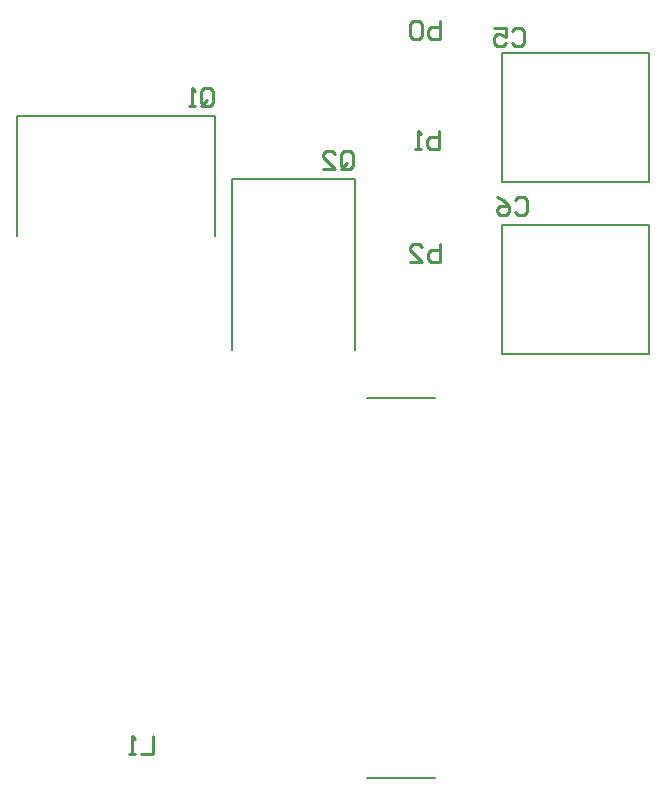
<source format=gbo>
G04*
G04 #@! TF.GenerationSoftware,Altium Limited,Altium Designer,22.6.1 (34)*
G04*
G04 Layer_Color=32896*
%FSLAX25Y25*%
%MOIN*%
G70*
G04*
G04 #@! TF.SameCoordinates,1C09E642-5389-4BCA-90F1-C158AF9FECEF*
G04*
G04*
G04 #@! TF.FilePolarity,Positive*
G04*
G01*
G75*
%ADD10C,0.00787*%
%ADD13C,0.01000*%
D10*
X121583Y130583D02*
X144417D01*
X121583Y3917D02*
X144417D01*
X166500Y202500D02*
Y245500D01*
X215500D01*
X166500Y202500D02*
X215500D01*
Y245500D01*
X166500Y145311D02*
Y188311D01*
X215500D01*
X166500Y145311D02*
X215500D01*
Y188311D01*
X5000Y184500D02*
Y224500D01*
X71000D01*
Y184500D02*
Y224500D01*
X117500Y146650D02*
Y203650D01*
X76500D02*
X117500D01*
X76500Y146650D02*
Y203650D01*
D13*
X50369Y17834D02*
Y11835D01*
X46370D01*
X44371D02*
X42371D01*
X43371D01*
Y17834D01*
X44371Y16834D01*
X145998Y256289D02*
Y250291D01*
X142999D01*
X142000Y251291D01*
Y252291D01*
Y253290D01*
X142999Y254290D01*
X145998D01*
X140000Y255290D02*
X139001Y256289D01*
X137001D01*
X136002Y255290D01*
Y251291D01*
X137001Y250291D01*
X139001D01*
X140000Y251291D01*
Y255290D01*
X145499Y219359D02*
Y213361D01*
X142500D01*
X141500Y214360D01*
Y215360D01*
Y216360D01*
X142500Y217359D01*
X145499D01*
X139501Y213361D02*
X137501D01*
X138501D01*
Y219359D01*
X139501Y218359D01*
X145998Y181999D02*
Y176001D01*
X142999D01*
X142000Y177001D01*
Y178000D01*
Y179000D01*
X142999Y180000D01*
X145998D01*
X136002Y176001D02*
X140000D01*
X136002Y180000D01*
Y180999D01*
X137001Y181999D01*
X139001D01*
X140000Y180999D01*
X170000Y252999D02*
X170999Y253999D01*
X172999D01*
X173998Y252999D01*
Y249001D01*
X172999Y248001D01*
X170999D01*
X170000Y249001D01*
X164002Y253999D02*
X168000D01*
Y251000D01*
X166001Y252000D01*
X165001D01*
X164002Y251000D01*
Y249001D01*
X165001Y248001D01*
X167001D01*
X168000Y249001D01*
X171000Y196470D02*
X171999Y197470D01*
X173999D01*
X174998Y196470D01*
Y192472D01*
X173999Y191472D01*
X171999D01*
X171000Y192472D01*
X165002Y197470D02*
X167001Y196470D01*
X169000Y194471D01*
Y192472D01*
X168001Y191472D01*
X166001D01*
X165002Y192472D01*
Y193471D01*
X166001Y194471D01*
X169000D01*
X66401Y228900D02*
Y232898D01*
X67401Y233898D01*
X69400D01*
X70400Y232898D01*
Y228900D01*
X69400Y227900D01*
X67401D01*
X68401Y229899D02*
X66401Y227900D01*
X67401D02*
X66401Y228900D01*
X64402Y227900D02*
X62403D01*
X63402D01*
Y233898D01*
X64402Y232898D01*
X112901Y208000D02*
Y211998D01*
X113901Y212998D01*
X115900D01*
X116900Y211998D01*
Y208000D01*
X115900Y207000D01*
X113901D01*
X114901Y208999D02*
X112901Y207000D01*
X113901D02*
X112901Y208000D01*
X106903Y207000D02*
X110902D01*
X106903Y210999D01*
Y211998D01*
X107903Y212998D01*
X109902D01*
X110902Y211998D01*
M02*

</source>
